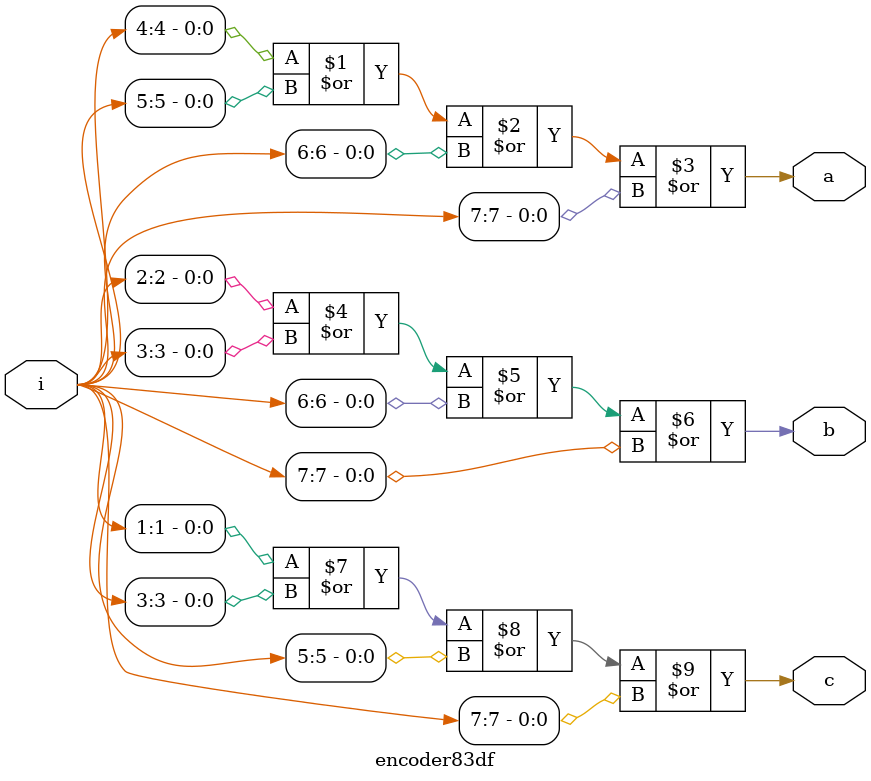
<source format=v>
module encoder83df(i, a, b, c); 
input [7:0]i; 
output a,b,c; 
assign a=i[4] | i[5] | i[6] | i[7];  
assign b=i[2] | i[3] | i[6] | i[7];  
assign c=i[1] | i[3] | i[5] | i[7]; 
endmodule

</source>
